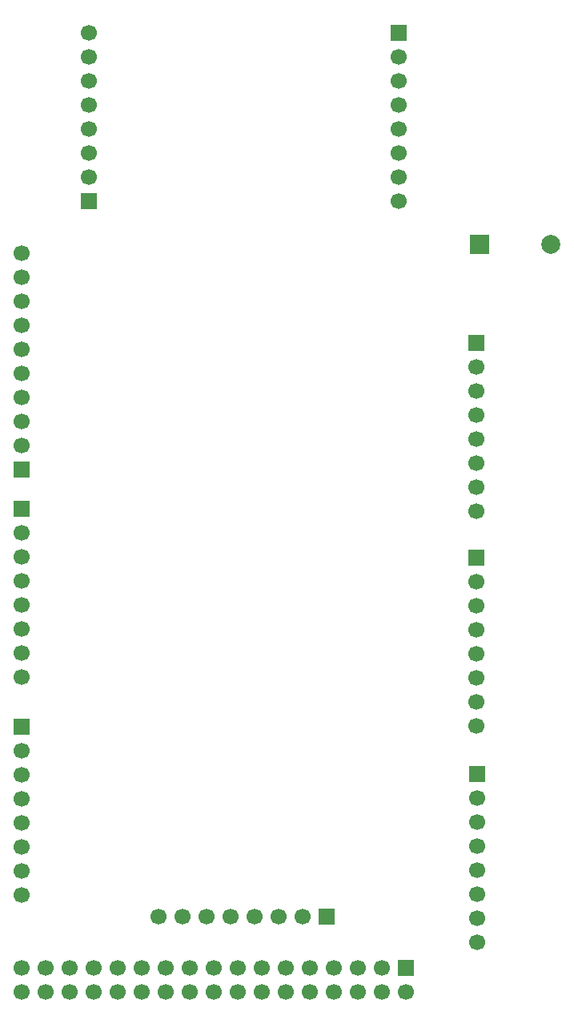
<source format=gbr>
%TF.GenerationSoftware,KiCad,Pcbnew,9.0.4-1.fc42*%
%TF.CreationDate,2025-09-21T19:32:59-04:00*%
%TF.ProjectId,TacosDevBoard,5461636f-7344-4657-9642-6f6172642e6b,1.0*%
%TF.SameCoordinates,Original*%
%TF.FileFunction,Soldermask,Top*%
%TF.FilePolarity,Negative*%
%FSLAX46Y46*%
G04 Gerber Fmt 4.6, Leading zero omitted, Abs format (unit mm)*
G04 Created by KiCad (PCBNEW 9.0.4-1.fc42) date 2025-09-21 19:32:59*
%MOMM*%
%LPD*%
G01*
G04 APERTURE LIST*
%ADD10R,1.700000X1.700000*%
%ADD11C,1.700000*%
%ADD12R,2.000000X2.000000*%
%ADD13C,2.000000*%
G04 APERTURE END LIST*
D10*
%TO.C,J4*%
X113030000Y-111429800D03*
D11*
X113030000Y-113969800D03*
X113030000Y-116509800D03*
X113030000Y-119049800D03*
X113030000Y-121589800D03*
X113030000Y-124129800D03*
X113030000Y-126669800D03*
X113030000Y-129209800D03*
%TD*%
D10*
%TO.C,J1*%
X161137600Y-116433600D03*
D11*
X161137600Y-118973600D03*
X161137600Y-121513600D03*
X161137600Y-124053600D03*
X161137600Y-126593600D03*
X161137600Y-129133600D03*
X161137600Y-131673600D03*
X161137600Y-134213600D03*
%TD*%
D12*
%TO.C,BZ*%
X161400000Y-60500000D03*
D13*
X169000000Y-60500000D03*
%TD*%
D10*
%TO.C,J3*%
X161112200Y-70916800D03*
D11*
X161112200Y-73456800D03*
X161112200Y-75996800D03*
X161112200Y-78536800D03*
X161112200Y-81076800D03*
X161112200Y-83616800D03*
X161112200Y-86156800D03*
X161112200Y-88696800D03*
%TD*%
D10*
%TO.C,J5*%
X113030000Y-88468200D03*
D11*
X113030000Y-91008200D03*
X113030000Y-93548200D03*
X113030000Y-96088200D03*
X113030000Y-98628200D03*
X113030000Y-101168200D03*
X113030000Y-103708200D03*
X113030000Y-106248200D03*
%TD*%
D10*
%TO.C,J2*%
X161112200Y-93599000D03*
D11*
X161112200Y-96139000D03*
X161112200Y-98679000D03*
X161112200Y-101219000D03*
X161112200Y-103759000D03*
X161112200Y-106299000D03*
X161112200Y-108839000D03*
X161112200Y-111379000D03*
%TD*%
D10*
%TO.C,J8*%
X153670000Y-136906000D03*
D11*
X153670000Y-139446000D03*
X151130000Y-136906000D03*
X151130000Y-139446000D03*
X148590000Y-136906000D03*
X148590000Y-139446000D03*
X146050000Y-136906000D03*
X146050000Y-139446000D03*
X143510000Y-136906000D03*
X143510000Y-139446000D03*
X140970000Y-136906000D03*
X140970000Y-139446000D03*
X138430000Y-136906000D03*
X138430000Y-139446000D03*
X135890000Y-136906000D03*
X135890000Y-139446000D03*
X133350000Y-136906000D03*
X133350000Y-139446000D03*
X130810000Y-136906000D03*
X130810000Y-139446000D03*
X128270000Y-136906000D03*
X128270000Y-139446000D03*
X125730000Y-136906000D03*
X125730000Y-139446000D03*
X123190000Y-136906000D03*
X123190000Y-139446000D03*
X120650000Y-136906000D03*
X120650000Y-139446000D03*
X118110000Y-136906000D03*
X118110000Y-139446000D03*
X115570000Y-136906000D03*
X115570000Y-139446000D03*
X113030000Y-136906000D03*
X113030000Y-139446000D03*
%TD*%
D10*
%TO.C,J9*%
X113004600Y-84302600D03*
D11*
X113004600Y-81762600D03*
X113004600Y-79222600D03*
X113004600Y-76682600D03*
X113004600Y-74142600D03*
X113004600Y-71602600D03*
X113004600Y-69062600D03*
X113004600Y-66522600D03*
X113004600Y-63982600D03*
X113004600Y-61442600D03*
%TD*%
D10*
%TO.C,PWM*%
X120142000Y-55880000D03*
D11*
X120142000Y-53340000D03*
X120142000Y-50800000D03*
X120142000Y-48260000D03*
X120142000Y-45720000D03*
X120142000Y-43180000D03*
X120142000Y-40640000D03*
X120142000Y-38100000D03*
%TD*%
D10*
%TO.C,COMM*%
X152908000Y-38100000D03*
D11*
X152908000Y-40640000D03*
X152908000Y-43180000D03*
X152908000Y-45720000D03*
X152908000Y-48260000D03*
X152908000Y-50800000D03*
X152908000Y-53340000D03*
X152908000Y-55880000D03*
%TD*%
D10*
%TO.C,SELECT*%
X145262600Y-131495800D03*
D11*
X142722600Y-131495800D03*
X140182600Y-131495800D03*
X137642600Y-131495800D03*
X135102600Y-131495800D03*
X132562600Y-131495800D03*
X130022600Y-131495800D03*
X127482600Y-131495800D03*
%TD*%
M02*

</source>
